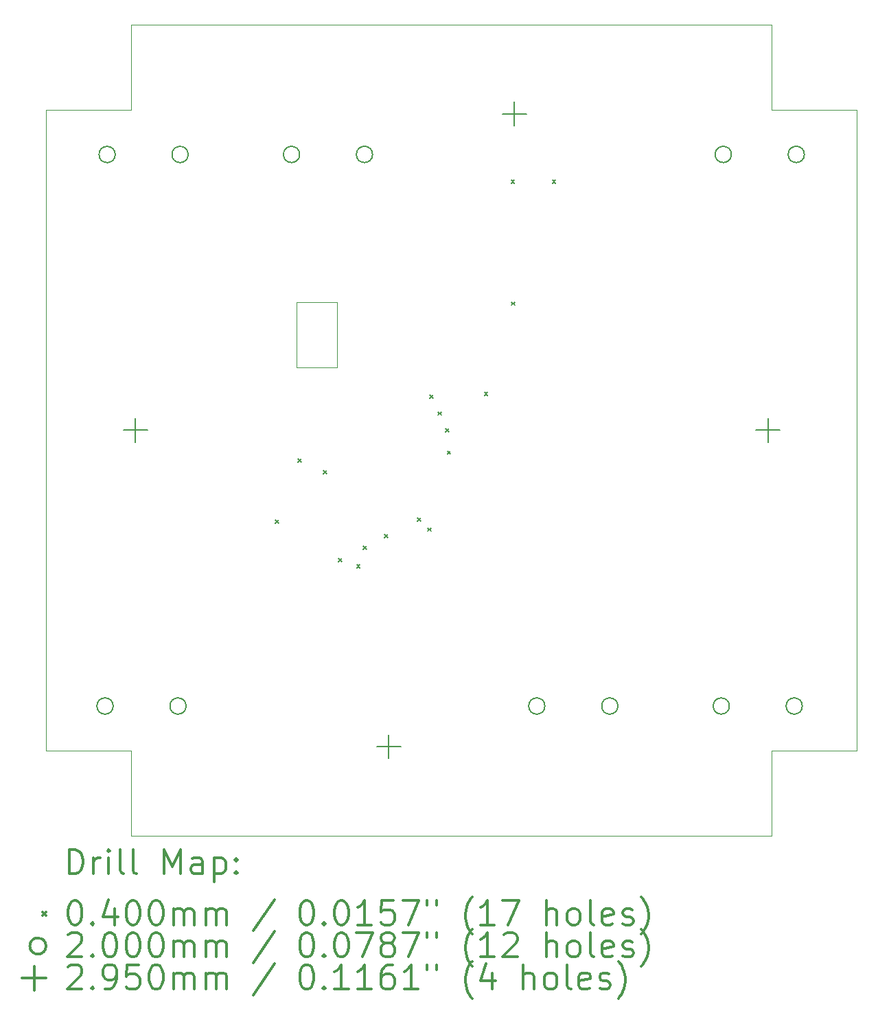
<source format=gbr>
%FSLAX45Y45*%
G04 Gerber Fmt 4.5, Leading zero omitted, Abs format (unit mm)*
G04 Created by KiCad (PCBNEW (5.1.10)-1) date 2022-06-07 21:03:49*
%MOMM*%
%LPD*%
G01*
G04 APERTURE LIST*
%TA.AperFunction,Profile*%
%ADD10C,0.050000*%
%TD*%
%ADD11C,0.200000*%
%ADD12C,0.300000*%
G04 APERTURE END LIST*
D10*
X13535000Y-6925000D02*
X13535000Y-7725000D01*
X13035000Y-7725000D02*
X13035000Y-6925000D01*
X13035000Y-7725000D02*
X13535000Y-7725000D01*
X13035000Y-6925000D02*
X13535000Y-6925000D01*
X9950000Y-4550000D02*
X11000000Y-4550000D01*
X9950000Y-12450000D02*
X9950000Y-4550000D01*
X11000000Y-12450000D02*
X9950000Y-12450000D01*
X11000000Y-13500000D02*
X11000000Y-12450000D01*
X18900000Y-13500000D02*
X11000000Y-13500000D01*
X18900000Y-12450000D02*
X18900000Y-13500000D01*
X19950000Y-12450000D02*
X18900000Y-12450000D01*
X19950000Y-4550000D02*
X19950000Y-12450000D01*
X18900000Y-4550000D02*
X19950000Y-4550000D01*
X18900000Y-3500000D02*
X18900000Y-4550000D01*
X11000000Y-3500000D02*
X18900000Y-3500000D01*
X11000000Y-4550000D02*
X11000000Y-3500000D01*
D11*
X12775250Y-9606600D02*
X12815250Y-9646600D01*
X12815250Y-9606600D02*
X12775250Y-9646600D01*
X13055000Y-8855000D02*
X13095000Y-8895000D01*
X13095000Y-8855000D02*
X13055000Y-8895000D01*
X13368975Y-9000175D02*
X13408975Y-9040175D01*
X13408975Y-9000175D02*
X13368975Y-9040175D01*
X13555000Y-10080000D02*
X13595000Y-10120000D01*
X13595000Y-10080000D02*
X13555000Y-10120000D01*
X13780000Y-10155000D02*
X13820000Y-10195000D01*
X13820000Y-10155000D02*
X13780000Y-10195000D01*
X13857150Y-9926500D02*
X13897150Y-9966500D01*
X13897150Y-9926500D02*
X13857150Y-9966500D01*
X14122500Y-9785450D02*
X14162500Y-9825450D01*
X14162500Y-9785450D02*
X14122500Y-9825450D01*
X14530000Y-9580000D02*
X14570000Y-9620000D01*
X14570000Y-9580000D02*
X14530000Y-9620000D01*
X14655000Y-9705000D02*
X14695000Y-9745000D01*
X14695000Y-9705000D02*
X14655000Y-9745000D01*
X14680250Y-8063550D02*
X14720250Y-8103550D01*
X14720250Y-8063550D02*
X14680250Y-8103550D01*
X14780000Y-8273100D02*
X14820000Y-8313100D01*
X14820000Y-8273100D02*
X14780000Y-8313100D01*
X14877100Y-8482650D02*
X14917100Y-8522650D01*
X14917100Y-8482650D02*
X14877100Y-8522650D01*
X14896150Y-8755700D02*
X14936150Y-8795700D01*
X14936150Y-8755700D02*
X14896150Y-8795700D01*
X15355000Y-8030000D02*
X15395000Y-8070000D01*
X15395000Y-8030000D02*
X15355000Y-8070000D01*
X15683000Y-5415200D02*
X15723000Y-5455200D01*
X15723000Y-5415200D02*
X15683000Y-5455200D01*
X15691000Y-6919000D02*
X15731000Y-6959000D01*
X15731000Y-6919000D02*
X15691000Y-6959000D01*
X16191000Y-5415200D02*
X16231000Y-5455200D01*
X16231000Y-5415200D02*
X16191000Y-5455200D01*
X10775000Y-11900000D02*
G75*
G03*
X10775000Y-11900000I-100000J0D01*
G01*
X10800600Y-5100800D02*
G75*
G03*
X10800600Y-5100800I-100000J0D01*
G01*
X11675000Y-11900000D02*
G75*
G03*
X11675000Y-11900000I-100000J0D01*
G01*
X11700600Y-5100800D02*
G75*
G03*
X11700600Y-5100800I-100000J0D01*
G01*
X13075000Y-5100000D02*
G75*
G03*
X13075000Y-5100000I-100000J0D01*
G01*
X13975000Y-5100000D02*
G75*
G03*
X13975000Y-5100000I-100000J0D01*
G01*
X16100000Y-11900000D02*
G75*
G03*
X16100000Y-11900000I-100000J0D01*
G01*
X17000000Y-11900000D02*
G75*
G03*
X17000000Y-11900000I-100000J0D01*
G01*
X18375000Y-11900000D02*
G75*
G03*
X18375000Y-11900000I-100000J0D01*
G01*
X18400000Y-5100000D02*
G75*
G03*
X18400000Y-5100000I-100000J0D01*
G01*
X19275000Y-11900000D02*
G75*
G03*
X19275000Y-11900000I-100000J0D01*
G01*
X19300000Y-5100000D02*
G75*
G03*
X19300000Y-5100000I-100000J0D01*
G01*
X11050000Y-8352500D02*
X11050000Y-8647500D01*
X10902500Y-8500000D02*
X11197500Y-8500000D01*
X14175000Y-12252500D02*
X14175000Y-12547500D01*
X14027500Y-12400000D02*
X14322500Y-12400000D01*
X15725000Y-4452500D02*
X15725000Y-4747500D01*
X15577500Y-4600000D02*
X15872500Y-4600000D01*
X18850000Y-8352500D02*
X18850000Y-8647500D01*
X18702500Y-8500000D02*
X18997500Y-8500000D01*
D12*
X10233928Y-13968214D02*
X10233928Y-13668214D01*
X10305357Y-13668214D01*
X10348214Y-13682500D01*
X10376786Y-13711071D01*
X10391071Y-13739643D01*
X10405357Y-13796786D01*
X10405357Y-13839643D01*
X10391071Y-13896786D01*
X10376786Y-13925357D01*
X10348214Y-13953929D01*
X10305357Y-13968214D01*
X10233928Y-13968214D01*
X10533928Y-13968214D02*
X10533928Y-13768214D01*
X10533928Y-13825357D02*
X10548214Y-13796786D01*
X10562500Y-13782500D01*
X10591071Y-13768214D01*
X10619643Y-13768214D01*
X10719643Y-13968214D02*
X10719643Y-13768214D01*
X10719643Y-13668214D02*
X10705357Y-13682500D01*
X10719643Y-13696786D01*
X10733928Y-13682500D01*
X10719643Y-13668214D01*
X10719643Y-13696786D01*
X10905357Y-13968214D02*
X10876786Y-13953929D01*
X10862500Y-13925357D01*
X10862500Y-13668214D01*
X11062500Y-13968214D02*
X11033928Y-13953929D01*
X11019643Y-13925357D01*
X11019643Y-13668214D01*
X11405357Y-13968214D02*
X11405357Y-13668214D01*
X11505357Y-13882500D01*
X11605357Y-13668214D01*
X11605357Y-13968214D01*
X11876786Y-13968214D02*
X11876786Y-13811071D01*
X11862500Y-13782500D01*
X11833928Y-13768214D01*
X11776786Y-13768214D01*
X11748214Y-13782500D01*
X11876786Y-13953929D02*
X11848214Y-13968214D01*
X11776786Y-13968214D01*
X11748214Y-13953929D01*
X11733928Y-13925357D01*
X11733928Y-13896786D01*
X11748214Y-13868214D01*
X11776786Y-13853929D01*
X11848214Y-13853929D01*
X11876786Y-13839643D01*
X12019643Y-13768214D02*
X12019643Y-14068214D01*
X12019643Y-13782500D02*
X12048214Y-13768214D01*
X12105357Y-13768214D01*
X12133928Y-13782500D01*
X12148214Y-13796786D01*
X12162500Y-13825357D01*
X12162500Y-13911071D01*
X12148214Y-13939643D01*
X12133928Y-13953929D01*
X12105357Y-13968214D01*
X12048214Y-13968214D01*
X12019643Y-13953929D01*
X12291071Y-13939643D02*
X12305357Y-13953929D01*
X12291071Y-13968214D01*
X12276786Y-13953929D01*
X12291071Y-13939643D01*
X12291071Y-13968214D01*
X12291071Y-13782500D02*
X12305357Y-13796786D01*
X12291071Y-13811071D01*
X12276786Y-13796786D01*
X12291071Y-13782500D01*
X12291071Y-13811071D01*
X9907500Y-14442500D02*
X9947500Y-14482500D01*
X9947500Y-14442500D02*
X9907500Y-14482500D01*
X10291071Y-14298214D02*
X10319643Y-14298214D01*
X10348214Y-14312500D01*
X10362500Y-14326786D01*
X10376786Y-14355357D01*
X10391071Y-14412500D01*
X10391071Y-14483929D01*
X10376786Y-14541071D01*
X10362500Y-14569643D01*
X10348214Y-14583929D01*
X10319643Y-14598214D01*
X10291071Y-14598214D01*
X10262500Y-14583929D01*
X10248214Y-14569643D01*
X10233928Y-14541071D01*
X10219643Y-14483929D01*
X10219643Y-14412500D01*
X10233928Y-14355357D01*
X10248214Y-14326786D01*
X10262500Y-14312500D01*
X10291071Y-14298214D01*
X10519643Y-14569643D02*
X10533928Y-14583929D01*
X10519643Y-14598214D01*
X10505357Y-14583929D01*
X10519643Y-14569643D01*
X10519643Y-14598214D01*
X10791071Y-14398214D02*
X10791071Y-14598214D01*
X10719643Y-14283929D02*
X10648214Y-14498214D01*
X10833928Y-14498214D01*
X11005357Y-14298214D02*
X11033928Y-14298214D01*
X11062500Y-14312500D01*
X11076786Y-14326786D01*
X11091071Y-14355357D01*
X11105357Y-14412500D01*
X11105357Y-14483929D01*
X11091071Y-14541071D01*
X11076786Y-14569643D01*
X11062500Y-14583929D01*
X11033928Y-14598214D01*
X11005357Y-14598214D01*
X10976786Y-14583929D01*
X10962500Y-14569643D01*
X10948214Y-14541071D01*
X10933928Y-14483929D01*
X10933928Y-14412500D01*
X10948214Y-14355357D01*
X10962500Y-14326786D01*
X10976786Y-14312500D01*
X11005357Y-14298214D01*
X11291071Y-14298214D02*
X11319643Y-14298214D01*
X11348214Y-14312500D01*
X11362500Y-14326786D01*
X11376786Y-14355357D01*
X11391071Y-14412500D01*
X11391071Y-14483929D01*
X11376786Y-14541071D01*
X11362500Y-14569643D01*
X11348214Y-14583929D01*
X11319643Y-14598214D01*
X11291071Y-14598214D01*
X11262500Y-14583929D01*
X11248214Y-14569643D01*
X11233928Y-14541071D01*
X11219643Y-14483929D01*
X11219643Y-14412500D01*
X11233928Y-14355357D01*
X11248214Y-14326786D01*
X11262500Y-14312500D01*
X11291071Y-14298214D01*
X11519643Y-14598214D02*
X11519643Y-14398214D01*
X11519643Y-14426786D02*
X11533928Y-14412500D01*
X11562500Y-14398214D01*
X11605357Y-14398214D01*
X11633928Y-14412500D01*
X11648214Y-14441071D01*
X11648214Y-14598214D01*
X11648214Y-14441071D02*
X11662500Y-14412500D01*
X11691071Y-14398214D01*
X11733928Y-14398214D01*
X11762500Y-14412500D01*
X11776786Y-14441071D01*
X11776786Y-14598214D01*
X11919643Y-14598214D02*
X11919643Y-14398214D01*
X11919643Y-14426786D02*
X11933928Y-14412500D01*
X11962500Y-14398214D01*
X12005357Y-14398214D01*
X12033928Y-14412500D01*
X12048214Y-14441071D01*
X12048214Y-14598214D01*
X12048214Y-14441071D02*
X12062500Y-14412500D01*
X12091071Y-14398214D01*
X12133928Y-14398214D01*
X12162500Y-14412500D01*
X12176786Y-14441071D01*
X12176786Y-14598214D01*
X12762500Y-14283929D02*
X12505357Y-14669643D01*
X13148214Y-14298214D02*
X13176786Y-14298214D01*
X13205357Y-14312500D01*
X13219643Y-14326786D01*
X13233928Y-14355357D01*
X13248214Y-14412500D01*
X13248214Y-14483929D01*
X13233928Y-14541071D01*
X13219643Y-14569643D01*
X13205357Y-14583929D01*
X13176786Y-14598214D01*
X13148214Y-14598214D01*
X13119643Y-14583929D01*
X13105357Y-14569643D01*
X13091071Y-14541071D01*
X13076786Y-14483929D01*
X13076786Y-14412500D01*
X13091071Y-14355357D01*
X13105357Y-14326786D01*
X13119643Y-14312500D01*
X13148214Y-14298214D01*
X13376786Y-14569643D02*
X13391071Y-14583929D01*
X13376786Y-14598214D01*
X13362500Y-14583929D01*
X13376786Y-14569643D01*
X13376786Y-14598214D01*
X13576786Y-14298214D02*
X13605357Y-14298214D01*
X13633928Y-14312500D01*
X13648214Y-14326786D01*
X13662500Y-14355357D01*
X13676786Y-14412500D01*
X13676786Y-14483929D01*
X13662500Y-14541071D01*
X13648214Y-14569643D01*
X13633928Y-14583929D01*
X13605357Y-14598214D01*
X13576786Y-14598214D01*
X13548214Y-14583929D01*
X13533928Y-14569643D01*
X13519643Y-14541071D01*
X13505357Y-14483929D01*
X13505357Y-14412500D01*
X13519643Y-14355357D01*
X13533928Y-14326786D01*
X13548214Y-14312500D01*
X13576786Y-14298214D01*
X13962500Y-14598214D02*
X13791071Y-14598214D01*
X13876786Y-14598214D02*
X13876786Y-14298214D01*
X13848214Y-14341071D01*
X13819643Y-14369643D01*
X13791071Y-14383929D01*
X14233928Y-14298214D02*
X14091071Y-14298214D01*
X14076786Y-14441071D01*
X14091071Y-14426786D01*
X14119643Y-14412500D01*
X14191071Y-14412500D01*
X14219643Y-14426786D01*
X14233928Y-14441071D01*
X14248214Y-14469643D01*
X14248214Y-14541071D01*
X14233928Y-14569643D01*
X14219643Y-14583929D01*
X14191071Y-14598214D01*
X14119643Y-14598214D01*
X14091071Y-14583929D01*
X14076786Y-14569643D01*
X14348214Y-14298214D02*
X14548214Y-14298214D01*
X14419643Y-14598214D01*
X14648214Y-14298214D02*
X14648214Y-14355357D01*
X14762500Y-14298214D02*
X14762500Y-14355357D01*
X15205357Y-14712500D02*
X15191071Y-14698214D01*
X15162500Y-14655357D01*
X15148214Y-14626786D01*
X15133928Y-14583929D01*
X15119643Y-14512500D01*
X15119643Y-14455357D01*
X15133928Y-14383929D01*
X15148214Y-14341071D01*
X15162500Y-14312500D01*
X15191071Y-14269643D01*
X15205357Y-14255357D01*
X15476786Y-14598214D02*
X15305357Y-14598214D01*
X15391071Y-14598214D02*
X15391071Y-14298214D01*
X15362500Y-14341071D01*
X15333928Y-14369643D01*
X15305357Y-14383929D01*
X15576786Y-14298214D02*
X15776786Y-14298214D01*
X15648214Y-14598214D01*
X16119643Y-14598214D02*
X16119643Y-14298214D01*
X16248214Y-14598214D02*
X16248214Y-14441071D01*
X16233928Y-14412500D01*
X16205357Y-14398214D01*
X16162500Y-14398214D01*
X16133928Y-14412500D01*
X16119643Y-14426786D01*
X16433928Y-14598214D02*
X16405357Y-14583929D01*
X16391071Y-14569643D01*
X16376786Y-14541071D01*
X16376786Y-14455357D01*
X16391071Y-14426786D01*
X16405357Y-14412500D01*
X16433928Y-14398214D01*
X16476786Y-14398214D01*
X16505357Y-14412500D01*
X16519643Y-14426786D01*
X16533928Y-14455357D01*
X16533928Y-14541071D01*
X16519643Y-14569643D01*
X16505357Y-14583929D01*
X16476786Y-14598214D01*
X16433928Y-14598214D01*
X16705357Y-14598214D02*
X16676786Y-14583929D01*
X16662500Y-14555357D01*
X16662500Y-14298214D01*
X16933928Y-14583929D02*
X16905357Y-14598214D01*
X16848214Y-14598214D01*
X16819643Y-14583929D01*
X16805357Y-14555357D01*
X16805357Y-14441071D01*
X16819643Y-14412500D01*
X16848214Y-14398214D01*
X16905357Y-14398214D01*
X16933928Y-14412500D01*
X16948214Y-14441071D01*
X16948214Y-14469643D01*
X16805357Y-14498214D01*
X17062500Y-14583929D02*
X17091071Y-14598214D01*
X17148214Y-14598214D01*
X17176786Y-14583929D01*
X17191071Y-14555357D01*
X17191071Y-14541071D01*
X17176786Y-14512500D01*
X17148214Y-14498214D01*
X17105357Y-14498214D01*
X17076786Y-14483929D01*
X17062500Y-14455357D01*
X17062500Y-14441071D01*
X17076786Y-14412500D01*
X17105357Y-14398214D01*
X17148214Y-14398214D01*
X17176786Y-14412500D01*
X17291071Y-14712500D02*
X17305357Y-14698214D01*
X17333928Y-14655357D01*
X17348214Y-14626786D01*
X17362500Y-14583929D01*
X17376786Y-14512500D01*
X17376786Y-14455357D01*
X17362500Y-14383929D01*
X17348214Y-14341071D01*
X17333928Y-14312500D01*
X17305357Y-14269643D01*
X17291071Y-14255357D01*
X9947500Y-14858500D02*
G75*
G03*
X9947500Y-14858500I-100000J0D01*
G01*
X10219643Y-14722786D02*
X10233928Y-14708500D01*
X10262500Y-14694214D01*
X10333928Y-14694214D01*
X10362500Y-14708500D01*
X10376786Y-14722786D01*
X10391071Y-14751357D01*
X10391071Y-14779929D01*
X10376786Y-14822786D01*
X10205357Y-14994214D01*
X10391071Y-14994214D01*
X10519643Y-14965643D02*
X10533928Y-14979929D01*
X10519643Y-14994214D01*
X10505357Y-14979929D01*
X10519643Y-14965643D01*
X10519643Y-14994214D01*
X10719643Y-14694214D02*
X10748214Y-14694214D01*
X10776786Y-14708500D01*
X10791071Y-14722786D01*
X10805357Y-14751357D01*
X10819643Y-14808500D01*
X10819643Y-14879929D01*
X10805357Y-14937071D01*
X10791071Y-14965643D01*
X10776786Y-14979929D01*
X10748214Y-14994214D01*
X10719643Y-14994214D01*
X10691071Y-14979929D01*
X10676786Y-14965643D01*
X10662500Y-14937071D01*
X10648214Y-14879929D01*
X10648214Y-14808500D01*
X10662500Y-14751357D01*
X10676786Y-14722786D01*
X10691071Y-14708500D01*
X10719643Y-14694214D01*
X11005357Y-14694214D02*
X11033928Y-14694214D01*
X11062500Y-14708500D01*
X11076786Y-14722786D01*
X11091071Y-14751357D01*
X11105357Y-14808500D01*
X11105357Y-14879929D01*
X11091071Y-14937071D01*
X11076786Y-14965643D01*
X11062500Y-14979929D01*
X11033928Y-14994214D01*
X11005357Y-14994214D01*
X10976786Y-14979929D01*
X10962500Y-14965643D01*
X10948214Y-14937071D01*
X10933928Y-14879929D01*
X10933928Y-14808500D01*
X10948214Y-14751357D01*
X10962500Y-14722786D01*
X10976786Y-14708500D01*
X11005357Y-14694214D01*
X11291071Y-14694214D02*
X11319643Y-14694214D01*
X11348214Y-14708500D01*
X11362500Y-14722786D01*
X11376786Y-14751357D01*
X11391071Y-14808500D01*
X11391071Y-14879929D01*
X11376786Y-14937071D01*
X11362500Y-14965643D01*
X11348214Y-14979929D01*
X11319643Y-14994214D01*
X11291071Y-14994214D01*
X11262500Y-14979929D01*
X11248214Y-14965643D01*
X11233928Y-14937071D01*
X11219643Y-14879929D01*
X11219643Y-14808500D01*
X11233928Y-14751357D01*
X11248214Y-14722786D01*
X11262500Y-14708500D01*
X11291071Y-14694214D01*
X11519643Y-14994214D02*
X11519643Y-14794214D01*
X11519643Y-14822786D02*
X11533928Y-14808500D01*
X11562500Y-14794214D01*
X11605357Y-14794214D01*
X11633928Y-14808500D01*
X11648214Y-14837071D01*
X11648214Y-14994214D01*
X11648214Y-14837071D02*
X11662500Y-14808500D01*
X11691071Y-14794214D01*
X11733928Y-14794214D01*
X11762500Y-14808500D01*
X11776786Y-14837071D01*
X11776786Y-14994214D01*
X11919643Y-14994214D02*
X11919643Y-14794214D01*
X11919643Y-14822786D02*
X11933928Y-14808500D01*
X11962500Y-14794214D01*
X12005357Y-14794214D01*
X12033928Y-14808500D01*
X12048214Y-14837071D01*
X12048214Y-14994214D01*
X12048214Y-14837071D02*
X12062500Y-14808500D01*
X12091071Y-14794214D01*
X12133928Y-14794214D01*
X12162500Y-14808500D01*
X12176786Y-14837071D01*
X12176786Y-14994214D01*
X12762500Y-14679929D02*
X12505357Y-15065643D01*
X13148214Y-14694214D02*
X13176786Y-14694214D01*
X13205357Y-14708500D01*
X13219643Y-14722786D01*
X13233928Y-14751357D01*
X13248214Y-14808500D01*
X13248214Y-14879929D01*
X13233928Y-14937071D01*
X13219643Y-14965643D01*
X13205357Y-14979929D01*
X13176786Y-14994214D01*
X13148214Y-14994214D01*
X13119643Y-14979929D01*
X13105357Y-14965643D01*
X13091071Y-14937071D01*
X13076786Y-14879929D01*
X13076786Y-14808500D01*
X13091071Y-14751357D01*
X13105357Y-14722786D01*
X13119643Y-14708500D01*
X13148214Y-14694214D01*
X13376786Y-14965643D02*
X13391071Y-14979929D01*
X13376786Y-14994214D01*
X13362500Y-14979929D01*
X13376786Y-14965643D01*
X13376786Y-14994214D01*
X13576786Y-14694214D02*
X13605357Y-14694214D01*
X13633928Y-14708500D01*
X13648214Y-14722786D01*
X13662500Y-14751357D01*
X13676786Y-14808500D01*
X13676786Y-14879929D01*
X13662500Y-14937071D01*
X13648214Y-14965643D01*
X13633928Y-14979929D01*
X13605357Y-14994214D01*
X13576786Y-14994214D01*
X13548214Y-14979929D01*
X13533928Y-14965643D01*
X13519643Y-14937071D01*
X13505357Y-14879929D01*
X13505357Y-14808500D01*
X13519643Y-14751357D01*
X13533928Y-14722786D01*
X13548214Y-14708500D01*
X13576786Y-14694214D01*
X13776786Y-14694214D02*
X13976786Y-14694214D01*
X13848214Y-14994214D01*
X14133928Y-14822786D02*
X14105357Y-14808500D01*
X14091071Y-14794214D01*
X14076786Y-14765643D01*
X14076786Y-14751357D01*
X14091071Y-14722786D01*
X14105357Y-14708500D01*
X14133928Y-14694214D01*
X14191071Y-14694214D01*
X14219643Y-14708500D01*
X14233928Y-14722786D01*
X14248214Y-14751357D01*
X14248214Y-14765643D01*
X14233928Y-14794214D01*
X14219643Y-14808500D01*
X14191071Y-14822786D01*
X14133928Y-14822786D01*
X14105357Y-14837071D01*
X14091071Y-14851357D01*
X14076786Y-14879929D01*
X14076786Y-14937071D01*
X14091071Y-14965643D01*
X14105357Y-14979929D01*
X14133928Y-14994214D01*
X14191071Y-14994214D01*
X14219643Y-14979929D01*
X14233928Y-14965643D01*
X14248214Y-14937071D01*
X14248214Y-14879929D01*
X14233928Y-14851357D01*
X14219643Y-14837071D01*
X14191071Y-14822786D01*
X14348214Y-14694214D02*
X14548214Y-14694214D01*
X14419643Y-14994214D01*
X14648214Y-14694214D02*
X14648214Y-14751357D01*
X14762500Y-14694214D02*
X14762500Y-14751357D01*
X15205357Y-15108500D02*
X15191071Y-15094214D01*
X15162500Y-15051357D01*
X15148214Y-15022786D01*
X15133928Y-14979929D01*
X15119643Y-14908500D01*
X15119643Y-14851357D01*
X15133928Y-14779929D01*
X15148214Y-14737071D01*
X15162500Y-14708500D01*
X15191071Y-14665643D01*
X15205357Y-14651357D01*
X15476786Y-14994214D02*
X15305357Y-14994214D01*
X15391071Y-14994214D02*
X15391071Y-14694214D01*
X15362500Y-14737071D01*
X15333928Y-14765643D01*
X15305357Y-14779929D01*
X15591071Y-14722786D02*
X15605357Y-14708500D01*
X15633928Y-14694214D01*
X15705357Y-14694214D01*
X15733928Y-14708500D01*
X15748214Y-14722786D01*
X15762500Y-14751357D01*
X15762500Y-14779929D01*
X15748214Y-14822786D01*
X15576786Y-14994214D01*
X15762500Y-14994214D01*
X16119643Y-14994214D02*
X16119643Y-14694214D01*
X16248214Y-14994214D02*
X16248214Y-14837071D01*
X16233928Y-14808500D01*
X16205357Y-14794214D01*
X16162500Y-14794214D01*
X16133928Y-14808500D01*
X16119643Y-14822786D01*
X16433928Y-14994214D02*
X16405357Y-14979929D01*
X16391071Y-14965643D01*
X16376786Y-14937071D01*
X16376786Y-14851357D01*
X16391071Y-14822786D01*
X16405357Y-14808500D01*
X16433928Y-14794214D01*
X16476786Y-14794214D01*
X16505357Y-14808500D01*
X16519643Y-14822786D01*
X16533928Y-14851357D01*
X16533928Y-14937071D01*
X16519643Y-14965643D01*
X16505357Y-14979929D01*
X16476786Y-14994214D01*
X16433928Y-14994214D01*
X16705357Y-14994214D02*
X16676786Y-14979929D01*
X16662500Y-14951357D01*
X16662500Y-14694214D01*
X16933928Y-14979929D02*
X16905357Y-14994214D01*
X16848214Y-14994214D01*
X16819643Y-14979929D01*
X16805357Y-14951357D01*
X16805357Y-14837071D01*
X16819643Y-14808500D01*
X16848214Y-14794214D01*
X16905357Y-14794214D01*
X16933928Y-14808500D01*
X16948214Y-14837071D01*
X16948214Y-14865643D01*
X16805357Y-14894214D01*
X17062500Y-14979929D02*
X17091071Y-14994214D01*
X17148214Y-14994214D01*
X17176786Y-14979929D01*
X17191071Y-14951357D01*
X17191071Y-14937071D01*
X17176786Y-14908500D01*
X17148214Y-14894214D01*
X17105357Y-14894214D01*
X17076786Y-14879929D01*
X17062500Y-14851357D01*
X17062500Y-14837071D01*
X17076786Y-14808500D01*
X17105357Y-14794214D01*
X17148214Y-14794214D01*
X17176786Y-14808500D01*
X17291071Y-15108500D02*
X17305357Y-15094214D01*
X17333928Y-15051357D01*
X17348214Y-15022786D01*
X17362500Y-14979929D01*
X17376786Y-14908500D01*
X17376786Y-14851357D01*
X17362500Y-14779929D01*
X17348214Y-14737071D01*
X17333928Y-14708500D01*
X17305357Y-14665643D01*
X17291071Y-14651357D01*
X9800000Y-15107000D02*
X9800000Y-15402000D01*
X9652500Y-15254500D02*
X9947500Y-15254500D01*
X10219643Y-15118786D02*
X10233928Y-15104500D01*
X10262500Y-15090214D01*
X10333928Y-15090214D01*
X10362500Y-15104500D01*
X10376786Y-15118786D01*
X10391071Y-15147357D01*
X10391071Y-15175929D01*
X10376786Y-15218786D01*
X10205357Y-15390214D01*
X10391071Y-15390214D01*
X10519643Y-15361643D02*
X10533928Y-15375929D01*
X10519643Y-15390214D01*
X10505357Y-15375929D01*
X10519643Y-15361643D01*
X10519643Y-15390214D01*
X10676786Y-15390214D02*
X10733928Y-15390214D01*
X10762500Y-15375929D01*
X10776786Y-15361643D01*
X10805357Y-15318786D01*
X10819643Y-15261643D01*
X10819643Y-15147357D01*
X10805357Y-15118786D01*
X10791071Y-15104500D01*
X10762500Y-15090214D01*
X10705357Y-15090214D01*
X10676786Y-15104500D01*
X10662500Y-15118786D01*
X10648214Y-15147357D01*
X10648214Y-15218786D01*
X10662500Y-15247357D01*
X10676786Y-15261643D01*
X10705357Y-15275929D01*
X10762500Y-15275929D01*
X10791071Y-15261643D01*
X10805357Y-15247357D01*
X10819643Y-15218786D01*
X11091071Y-15090214D02*
X10948214Y-15090214D01*
X10933928Y-15233071D01*
X10948214Y-15218786D01*
X10976786Y-15204500D01*
X11048214Y-15204500D01*
X11076786Y-15218786D01*
X11091071Y-15233071D01*
X11105357Y-15261643D01*
X11105357Y-15333071D01*
X11091071Y-15361643D01*
X11076786Y-15375929D01*
X11048214Y-15390214D01*
X10976786Y-15390214D01*
X10948214Y-15375929D01*
X10933928Y-15361643D01*
X11291071Y-15090214D02*
X11319643Y-15090214D01*
X11348214Y-15104500D01*
X11362500Y-15118786D01*
X11376786Y-15147357D01*
X11391071Y-15204500D01*
X11391071Y-15275929D01*
X11376786Y-15333071D01*
X11362500Y-15361643D01*
X11348214Y-15375929D01*
X11319643Y-15390214D01*
X11291071Y-15390214D01*
X11262500Y-15375929D01*
X11248214Y-15361643D01*
X11233928Y-15333071D01*
X11219643Y-15275929D01*
X11219643Y-15204500D01*
X11233928Y-15147357D01*
X11248214Y-15118786D01*
X11262500Y-15104500D01*
X11291071Y-15090214D01*
X11519643Y-15390214D02*
X11519643Y-15190214D01*
X11519643Y-15218786D02*
X11533928Y-15204500D01*
X11562500Y-15190214D01*
X11605357Y-15190214D01*
X11633928Y-15204500D01*
X11648214Y-15233071D01*
X11648214Y-15390214D01*
X11648214Y-15233071D02*
X11662500Y-15204500D01*
X11691071Y-15190214D01*
X11733928Y-15190214D01*
X11762500Y-15204500D01*
X11776786Y-15233071D01*
X11776786Y-15390214D01*
X11919643Y-15390214D02*
X11919643Y-15190214D01*
X11919643Y-15218786D02*
X11933928Y-15204500D01*
X11962500Y-15190214D01*
X12005357Y-15190214D01*
X12033928Y-15204500D01*
X12048214Y-15233071D01*
X12048214Y-15390214D01*
X12048214Y-15233071D02*
X12062500Y-15204500D01*
X12091071Y-15190214D01*
X12133928Y-15190214D01*
X12162500Y-15204500D01*
X12176786Y-15233071D01*
X12176786Y-15390214D01*
X12762500Y-15075929D02*
X12505357Y-15461643D01*
X13148214Y-15090214D02*
X13176786Y-15090214D01*
X13205357Y-15104500D01*
X13219643Y-15118786D01*
X13233928Y-15147357D01*
X13248214Y-15204500D01*
X13248214Y-15275929D01*
X13233928Y-15333071D01*
X13219643Y-15361643D01*
X13205357Y-15375929D01*
X13176786Y-15390214D01*
X13148214Y-15390214D01*
X13119643Y-15375929D01*
X13105357Y-15361643D01*
X13091071Y-15333071D01*
X13076786Y-15275929D01*
X13076786Y-15204500D01*
X13091071Y-15147357D01*
X13105357Y-15118786D01*
X13119643Y-15104500D01*
X13148214Y-15090214D01*
X13376786Y-15361643D02*
X13391071Y-15375929D01*
X13376786Y-15390214D01*
X13362500Y-15375929D01*
X13376786Y-15361643D01*
X13376786Y-15390214D01*
X13676786Y-15390214D02*
X13505357Y-15390214D01*
X13591071Y-15390214D02*
X13591071Y-15090214D01*
X13562500Y-15133071D01*
X13533928Y-15161643D01*
X13505357Y-15175929D01*
X13962500Y-15390214D02*
X13791071Y-15390214D01*
X13876786Y-15390214D02*
X13876786Y-15090214D01*
X13848214Y-15133071D01*
X13819643Y-15161643D01*
X13791071Y-15175929D01*
X14219643Y-15090214D02*
X14162500Y-15090214D01*
X14133928Y-15104500D01*
X14119643Y-15118786D01*
X14091071Y-15161643D01*
X14076786Y-15218786D01*
X14076786Y-15333071D01*
X14091071Y-15361643D01*
X14105357Y-15375929D01*
X14133928Y-15390214D01*
X14191071Y-15390214D01*
X14219643Y-15375929D01*
X14233928Y-15361643D01*
X14248214Y-15333071D01*
X14248214Y-15261643D01*
X14233928Y-15233071D01*
X14219643Y-15218786D01*
X14191071Y-15204500D01*
X14133928Y-15204500D01*
X14105357Y-15218786D01*
X14091071Y-15233071D01*
X14076786Y-15261643D01*
X14533928Y-15390214D02*
X14362500Y-15390214D01*
X14448214Y-15390214D02*
X14448214Y-15090214D01*
X14419643Y-15133071D01*
X14391071Y-15161643D01*
X14362500Y-15175929D01*
X14648214Y-15090214D02*
X14648214Y-15147357D01*
X14762500Y-15090214D02*
X14762500Y-15147357D01*
X15205357Y-15504500D02*
X15191071Y-15490214D01*
X15162500Y-15447357D01*
X15148214Y-15418786D01*
X15133928Y-15375929D01*
X15119643Y-15304500D01*
X15119643Y-15247357D01*
X15133928Y-15175929D01*
X15148214Y-15133071D01*
X15162500Y-15104500D01*
X15191071Y-15061643D01*
X15205357Y-15047357D01*
X15448214Y-15190214D02*
X15448214Y-15390214D01*
X15376786Y-15075929D02*
X15305357Y-15290214D01*
X15491071Y-15290214D01*
X15833928Y-15390214D02*
X15833928Y-15090214D01*
X15962500Y-15390214D02*
X15962500Y-15233071D01*
X15948214Y-15204500D01*
X15919643Y-15190214D01*
X15876786Y-15190214D01*
X15848214Y-15204500D01*
X15833928Y-15218786D01*
X16148214Y-15390214D02*
X16119643Y-15375929D01*
X16105357Y-15361643D01*
X16091071Y-15333071D01*
X16091071Y-15247357D01*
X16105357Y-15218786D01*
X16119643Y-15204500D01*
X16148214Y-15190214D01*
X16191071Y-15190214D01*
X16219643Y-15204500D01*
X16233928Y-15218786D01*
X16248214Y-15247357D01*
X16248214Y-15333071D01*
X16233928Y-15361643D01*
X16219643Y-15375929D01*
X16191071Y-15390214D01*
X16148214Y-15390214D01*
X16419643Y-15390214D02*
X16391071Y-15375929D01*
X16376786Y-15347357D01*
X16376786Y-15090214D01*
X16648214Y-15375929D02*
X16619643Y-15390214D01*
X16562500Y-15390214D01*
X16533928Y-15375929D01*
X16519643Y-15347357D01*
X16519643Y-15233071D01*
X16533928Y-15204500D01*
X16562500Y-15190214D01*
X16619643Y-15190214D01*
X16648214Y-15204500D01*
X16662500Y-15233071D01*
X16662500Y-15261643D01*
X16519643Y-15290214D01*
X16776786Y-15375929D02*
X16805357Y-15390214D01*
X16862500Y-15390214D01*
X16891071Y-15375929D01*
X16905357Y-15347357D01*
X16905357Y-15333071D01*
X16891071Y-15304500D01*
X16862500Y-15290214D01*
X16819643Y-15290214D01*
X16791071Y-15275929D01*
X16776786Y-15247357D01*
X16776786Y-15233071D01*
X16791071Y-15204500D01*
X16819643Y-15190214D01*
X16862500Y-15190214D01*
X16891071Y-15204500D01*
X17005357Y-15504500D02*
X17019643Y-15490214D01*
X17048214Y-15447357D01*
X17062500Y-15418786D01*
X17076786Y-15375929D01*
X17091071Y-15304500D01*
X17091071Y-15247357D01*
X17076786Y-15175929D01*
X17062500Y-15133071D01*
X17048214Y-15104500D01*
X17019643Y-15061643D01*
X17005357Y-15047357D01*
M02*

</source>
